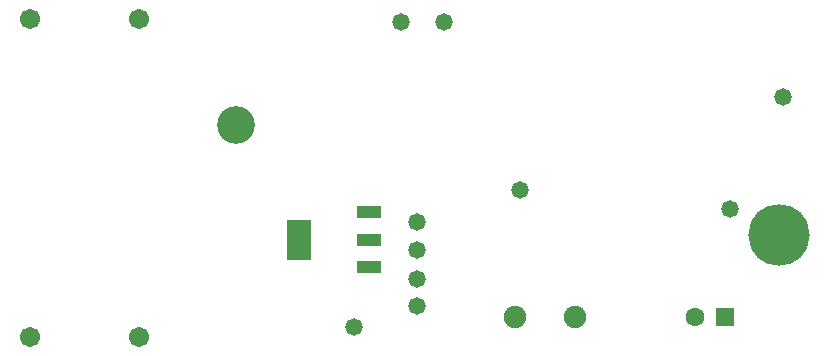
<source format=gbs>
G04*
G04 #@! TF.GenerationSoftware,Altium Limited,Altium Designer,19.0.13 (425)*
G04*
G04 Layer_Color=16711935*
%FSLAX25Y25*%
%MOIN*%
G70*
G01*
G75*
%ADD27C,0.07493*%
%ADD28C,0.06312*%
%ADD29R,0.06312X0.06312*%
%ADD30C,0.06706*%
%ADD31C,0.20485*%
%ADD32C,0.12611*%
%ADD33C,0.05800*%
%ADD53R,0.08280X0.13398*%
%ADD54R,0.08280X0.04343*%
D27*
X219193Y51378D02*
D03*
X239193D02*
D03*
D28*
X279193D02*
D03*
D29*
X289193D02*
D03*
D30*
X93870Y44721D02*
D03*
Y151020D02*
D03*
X57370Y44721D02*
D03*
Y151020D02*
D03*
D31*
X307087Y78740D02*
D03*
D32*
X125984Y115496D02*
D03*
D33*
X181102Y149874D02*
D03*
X165453Y48130D02*
D03*
X308366Y125000D02*
D03*
X290650Y87402D02*
D03*
X186370Y73870D02*
D03*
Y64370D02*
D03*
Y55370D02*
D03*
X220669Y93799D02*
D03*
X186370Y83370D02*
D03*
X195433Y149874D02*
D03*
D53*
X147256Y77370D02*
D03*
D54*
X170484Y68315D02*
D03*
Y77370D02*
D03*
Y86425D02*
D03*
M02*

</source>
